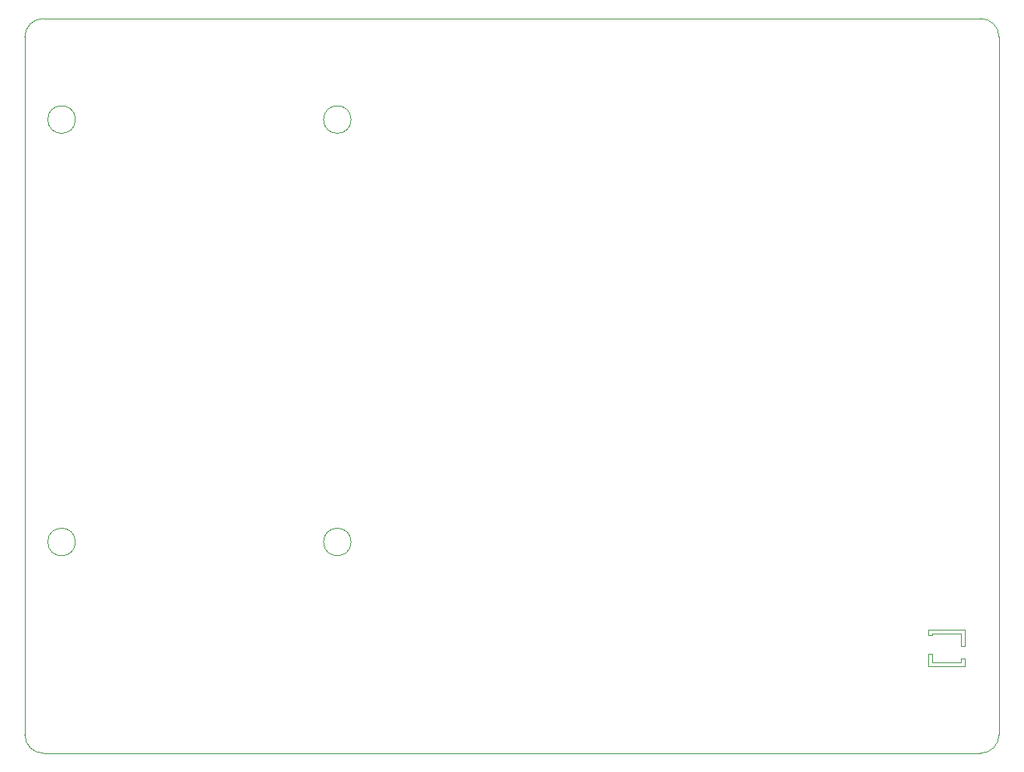
<source format=gbr>
%TF.GenerationSoftware,KiCad,Pcbnew,9.0.6+1*%
%TF.CreationDate,2026-01-19T19:04:29+00:00*%
%TF.ProjectId,Mainboard,4d61696e-626f-4617-9264-2e6b69636164, + (Unreleased)*%
%TF.SameCoordinates,Original*%
%TF.FileFunction,Profile,NP*%
%FSLAX46Y46*%
G04 Gerber Fmt 4.6, Leading zero omitted, Abs format (unit mm)*
G04 Created by KiCad (PCBNEW 9.0.6+1) date 2026-01-19 19:04:29*
%MOMM*%
%LPD*%
G01*
G04 APERTURE LIST*
%TA.AperFunction,Profile*%
%ADD10C,0.100000*%
%TD*%
%TA.AperFunction,Profile*%
%ADD11C,0.050000*%
%TD*%
G04 APERTURE END LIST*
D10*
X165500000Y-129000000D02*
G75*
G02*
X162500000Y-129000000I-1500000J0D01*
G01*
X162500000Y-129000000D02*
G75*
G02*
X165500000Y-129000000I1500000J0D01*
G01*
D11*
X261887500Y-187650000D02*
X262287500Y-187650000D01*
X258687500Y-184950000D02*
X258687500Y-185150000D01*
X262287500Y-184550000D02*
X262287500Y-186350000D01*
D10*
X264000000Y-198000000D02*
X162000000Y-198000000D01*
D11*
X262287500Y-188550000D02*
X258287500Y-188550000D01*
X261887500Y-188150000D02*
X261887500Y-187650000D01*
D10*
X266000000Y-196000000D02*
G75*
G02*
X264000000Y-198000000I-2000000J0D01*
G01*
X195500000Y-129000000D02*
G75*
G02*
X192500000Y-129000000I-1500000J0D01*
G01*
X192500000Y-129000000D02*
G75*
G02*
X195500000Y-129000000I1500000J0D01*
G01*
D11*
X258287500Y-187150000D02*
X258687500Y-187150000D01*
D10*
X165500000Y-175000000D02*
G75*
G02*
X162500000Y-175000000I-1500000J0D01*
G01*
X162500000Y-175000000D02*
G75*
G02*
X165500000Y-175000000I1500000J0D01*
G01*
D11*
X258287500Y-188550000D02*
X258287500Y-187150000D01*
X261887500Y-184950000D02*
X258687500Y-184950000D01*
D10*
X264000000Y-118000000D02*
G75*
G02*
X266000000Y-120000000I0J-2000000D01*
G01*
X160000000Y-196000000D02*
X160000000Y-120000000D01*
X162000000Y-198000000D02*
G75*
G02*
X160000000Y-196000000I0J2000000D01*
G01*
D11*
X258687500Y-188150000D02*
X261887500Y-188150000D01*
X258687500Y-187150000D02*
X258687500Y-188150000D01*
X258287500Y-184550000D02*
X262287500Y-184550000D01*
D10*
X160000000Y-120000000D02*
G75*
G02*
X162000000Y-118000000I2000000J0D01*
G01*
D11*
X262287500Y-186350000D02*
X261887500Y-186350000D01*
X262287500Y-187650000D02*
X262287500Y-188550000D01*
X261887500Y-186350000D02*
X261887500Y-184950000D01*
D10*
X195500000Y-175000000D02*
G75*
G02*
X192500000Y-175000000I-1500000J0D01*
G01*
X192500000Y-175000000D02*
G75*
G02*
X195500000Y-175000000I1500000J0D01*
G01*
X266000000Y-120000000D02*
X266000000Y-196000000D01*
X162000000Y-118000000D02*
X264000000Y-118000000D01*
D11*
X258687500Y-185150000D02*
X258287500Y-185150000D01*
X258287500Y-185150000D02*
X258287500Y-184550000D01*
M02*

</source>
